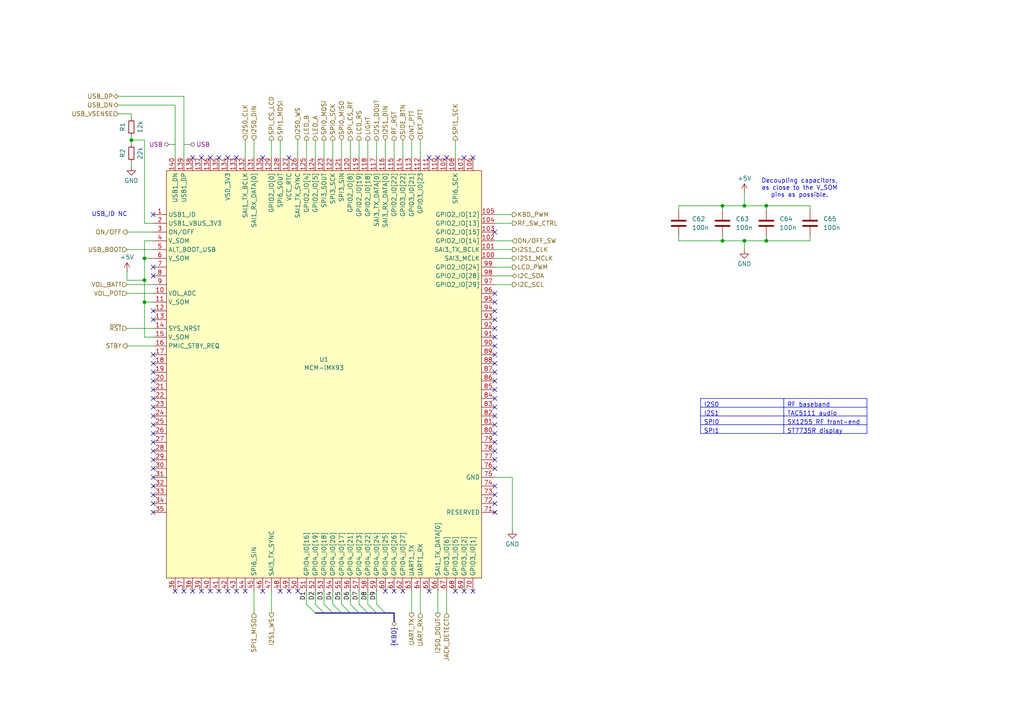
<source format=kicad_sch>
(kicad_sch (version 20250114) (generator "eeschema") (generator_version "9.0")
  (paper "A4")
  (title_block (title "LinHT - Linux-based SDR handheld transceiver") (date "2025-09-23") (rev "B") (company "M17 Foundation") (comment 1 "Author: Wojciech SP5WWP, Andy OE3ANC, Vlastimil OK5VAS"))
  (lib_symbols
    (symbol "Device:C" (pin_numbers (hide yes)) (pin_names (offset 0.254))
      (property "Reference" "C" (at 0.635 2.54 0))
      (property "Value" "C" (at 0.635 -2.54 0))
      (symbol "C_0_1"
        (polyline (pts (xy -2.032 0.762) (xy 2.032 0.762)) (stroke (width 0.508)))
        (polyline (pts (xy -2.032 -0.762) (xy 2.032 -0.762)) (stroke (width 0.508)))
      )
      (symbol "C_1_1"
        (pin passive line (at 0 3.81 270) (length 2.794) (name "~") (number "1"))
        (pin passive line (at 0 -3.81 90) (length 2.794) (name "~") (number "2"))
      )
    )
    (symbol "Device:R_Small" (pin_numbers (hide yes)) (pin_names (offset 0.254) (hide yes))
      (property "Reference" "R" (at 0 0 90))
      (property "Value" "R_Small" (at 1.778 0 90))
      (symbol "R_Small_0_1"
        (rectangle (start -0.762 1.778) (end 0.762 -1.778) (stroke (width 0.2032)))
      )
      (symbol "R_Small_1_1"
        (pin passive line (at 0 2.54 270) (length 0.762) (name "~") (number "1"))
        (pin passive line (at 0 -2.54 90) (length 0.762) (name "~") (number "2"))
      )
    )
    (symbol "MCM-iMX93-SOM:MCM-iMX93-SOM"
      (property "Reference" "U1" (at 0 1.6814 0))
      (property "Value" "MCM-iMX93" (at 0 0 0))
      (symbol "MCM-iMX93-SOM_1_1"
        (rectangle (start -45.72 55.88) (end 45.72 -62.23) (fill (type background)))
        (pin bidirectional line (at -49.53 43.18 0) (length 3.81) (name "USB1_ID") (number "1"))
        (pin bidirectional line (at -49.53 40.64 0) (length 3.81) (name "USB1_VBUS_3V3") (number "2"))
        (pin bidirectional line (at -49.53 38.1 0) (length 3.81) (name "ON/OFF") (number "3"))
        (pin power_in line (at -49.53 35.56 0) (length 3.81) (name "V_SOM") (number "4"))
        (pin bidirectional line (at -49.53 33.02 0) (length 3.81) (name "ALT_BOOT_USB") (number "5"))
        (pin power_in line (at -49.53 30.48 0) (length 3.81) (name "V_SOM") (number "6"))
        (pin bidirectional line (at -49.53 27.94 0) (length 3.81) (name "") (number "7"))
        (pin bidirectional line (at -49.53 25.4 0) (length 3.81) (name "") (number "8"))
        (pin bidirectional line (at -49.53 22.86 0) (length 3.81) (name "") (number "9"))
        (pin bidirectional line (at -49.53 20.32 0) (length 3.81) (name "VOL_ADC") (number "10"))
        (pin power_in line (at -49.53 17.78 0) (length 3.81) (name "V_SOM") (number "11"))
        (pin bidirectional line (at -49.53 15.24 0) (length 3.81) (name "") (number "12"))
        (pin bidirectional line (at -49.53 12.7 0) (length 3.81) (name "") (number "13"))
        (pin bidirectional line (at -49.53 10.16 0) (length 3.81) (name "SYS_NRST") (number "14"))
        (pin power_in line (at -49.53 7.62 0) (length 3.81) (name "V_SOM") (number "15"))
        (pin bidirectional line (at -49.53 5.08 0) (length 3.81) (name "PMIC_STBY_REQ") (number "16"))
        (pin bidirectional line (at -49.53 2.54 0) (length 3.81) (name "") (number "17"))
        (pin bidirectional line (at -49.53 0 0) (length 3.81) (name "") (number "18"))
        (pin bidirectional line (at -49.53 -2.54 0) (length 3.81) (name "") (number "19"))
        (pin bidirectional line (at -49.53 -5.08 0) (length 3.81) (name "") (number "20"))
        (pin bidirectional line (at -49.53 -7.62 0) (length 3.81) (name "") (number "21"))
        (pin bidirectional line (at -49.53 -10.16 0) (length 3.81) (name "") (number "22"))
        (pin bidirectional line (at -49.53 -12.7 0) (length 3.81) (name "") (number "23"))
        (pin bidirectional line (at -49.53 -15.24 0) (length 3.81) (name "") (number "24"))
        (pin bidirectional line (at -49.53 -17.78 0) (length 3.81) (name "") (number "25"))
        (pin bidirectional line (at -49.53 -20.32 0) (length 3.81) (name "") (number "26"))
        (pin bidirectional line (at -49.53 -22.86 0) (length 3.81) (name "") (number "27"))
        (pin bidirectional line (at -49.53 -25.4 0) (length 3.81) (name "") (number "28"))
        (pin bidirectional line (at -49.53 -27.94 0) (length 3.81) (name "") (number "29"))
        (pin bidirectional line (at -49.53 -30.48 0) (length 3.81) (name "") (number "30"))
        (pin bidirectional line (at -49.53 -33.02 0) (length 3.81) (name "") (number "31"))
        (pin bidirectional line (at -49.53 -35.56 0) (length 3.81) (name "") (number "32"))
        (pin bidirectional line (at -49.53 -38.1 0) (length 3.81) (name "") (number "33"))
        (pin bidirectional line (at -49.53 -40.64 0) (length 3.81) (name "") (number "34"))
        (pin bidirectional line (at -49.53 -43.18 0) (length 3.81) (name "") (number "35"))
        (pin bidirectional line (at -43.18 59.69 270) (length 3.81) (name "USB1_DN") (number "140"))
        (pin bidirectional line (at -43.18 -66.04 90) (length 3.81) (name "") (number "36"))
        (pin bidirectional line (at -40.64 59.69 270) (length 3.81) (name "USB1_DP") (number "139"))
        (pin bidirectional line (at -40.64 -66.04 90) (length 3.81) (name "") (number "37"))
        (pin bidirectional line (at -38.1 59.69 270) (length 3.81) (name "") (number "138"))
        (pin bidirectional line (at -38.1 -66.04 90) (length 3.81) (name "") (number "38"))
        (pin bidirectional line (at -35.56 59.69 270) (length 3.81) (name "") (number "137"))
        (pin bidirectional line (at -35.56 -66.04 90) (length 3.81) (name "") (number "39"))
        (pin bidirectional line (at -33.02 59.69 270) (length 3.81) (name "") (number "136"))
        (pin bidirectional line (at -33.02 -66.04 90) (length 3.81) (name "") (number "40"))
        (pin bidirectional line (at -30.48 59.69 270) (length 3.81) (name "") (number "135"))
        (pin bidirectional line (at -30.48 -66.04 90) (length 3.81) (name "") (number "41"))
        (pin power_out line (at -27.94 59.69 270) (length 3.81) (name "VSD_3V3") (number "134"))
        (pin bidirectional line (at -27.94 -66.04 90) (length 3.81) (name "") (number "42"))
        (pin bidirectional line (at -25.4 59.69 270) (length 3.81) (name "") (number "133"))
        (pin bidirectional line (at -25.4 -66.04 90) (length 3.81) (name "") (number "43"))
        (pin bidirectional line (at -22.86 59.69 270) (length 3.81) (name "SAI1_TX_BCLK") (number "132"))
        (pin bidirectional line (at -22.86 -66.04 90) (length 3.81) (name "") (number "44"))
        (pin bidirectional line (at -20.32 59.69 270) (length 3.81) (name "SAI1_RX_DATA[0]") (number "131"))
        (pin bidirectional line (at -20.32 -66.04 90) (length 3.81) (name "SPI6_SIN") (number "45"))
        (pin bidirectional line (at -17.78 59.69 270) (length 3.81) (name "") (number "130"))
        (pin bidirectional line (at -17.78 -66.04 90) (length 3.81) (name "") (number "46"))
        (pin bidirectional line (at -15.24 59.69 270) (length 3.81) (name "GPIO2_IO[0]") (number "129"))
        (pin bidirectional line (at -15.24 -66.04 90) (length 3.81) (name "SAI3_TX_SYNC") (number "47"))
        (pin bidirectional line (at -12.7 59.69 270) (length 3.81) (name "SPI6_SOUT") (number "128"))
        (pin bidirectional line (at -12.7 -66.04 90) (length 3.81) (name "") (number "48"))
        (pin power_in line (at -10.16 59.69 270) (length 3.81) (name "VCC_RTC") (number "127"))
        (pin bidirectional line (at -10.16 -66.04 90) (length 3.81) (name "") (number "49"))
        (pin bidirectional line (at -7.62 59.69 270) (length 3.81) (name "SAI1_TX_SYNC") (number "126"))
        (pin bidirectional line (at -7.62 -66.04 90) (length 3.81) (name "") (number "50"))
        (pin bidirectional line (at -5.08 59.69 270) (length 3.81) (name "GPIO2_IO[4]") (number "125"))
        (pin bidirectional line (at -5.08 -66.04 90) (length 3.81) (name "GPIO4_IO[16]") (number "51"))
        (pin bidirectional line (at -2.54 59.69 270) (length 3.81) (name "GPIO2_IO[5]") (number "124"))
        (pin bidirectional line (at -2.54 -66.04 90) (length 3.81) (name "GPIO4_IO[19]") (number "52"))
        (pin bidirectional line (at 0 59.69 270) (length 3.81) (name "SPI3_SOUT") (number "123"))
        (pin bidirectional line (at 0 -66.04 90) (length 3.81) (name "GPIO4_IO[18]") (number "53"))
        (pin bidirectional line (at 2.54 59.69 270) (length 3.81) (name "SPI3_SCK") (number "122"))
        (pin bidirectional line (at 2.54 -66.04 90) (length 3.81) (name "GPIO4_IO[20]") (number "54"))
        (pin bidirectional line (at 5.08 59.69 270) (length 3.81) (name "SPI3_SIN") (number "121"))
        (pin bidirectional line (at 5.08 -66.04 90) (length 3.81) (name "GPIO4_IO[17]") (number "55"))
        (pin bidirectional line (at 7.62 59.69 270) (length 3.81) (name "GPIO2_IO[8]") (number "120"))
        (pin bidirectional line (at 7.62 -66.04 90) (length 3.81) (name "GPIO4_IO[21]") (number "56"))
        (pin bidirectional line (at 10.16 59.69 270) (length 3.81) (name "GPIO2_IO[19]") (number "119"))
        (pin bidirectional line (at 10.16 -66.04 90) (length 3.81) (name "GPIO4_IO[23]") (number "57"))
        (pin bidirectional line (at 12.7 59.69 270) (length 3.81) (name "GPIO2_IO[18]") (number "118"))
        (pin bidirectional line (at 12.7 -66.04 90) (length 3.81) (name "GPIO4_IO[22]") (number "58"))
        (pin bidirectional line (at 15.24 59.69 270) (length 3.81) (name "SAI3_TX_DATA[0]") (number "117"))
        (pin bidirectional line (at 15.24 -66.04 90) (length 3.81) (name "GPIO4_IO[24]") (number "59"))
        (pin bidirectional line (at 17.78 59.69 270) (length 3.81) (name "SAI3_RX_DATA[0]") (number "116"))
        (pin bidirectional line (at 17.78 -66.04 90) (length 3.81) (name "GPIO4_IO[25]") (number "60"))
        (pin bidirectional line (at 20.32 59.69 270) (length 3.81) (name "GPIO2_IO[22]") (number "115"))
        (pin bidirectional line (at 20.32 -66.04 90) (length 3.81) (name "GPIO4_IO[26]") (number "61"))
        (pin bidirectional line (at 22.86 59.69 270) (length 3.81) (name "GPIO3_IO[22]") (number "114"))
        (pin bidirectional line (at 22.86 -66.04 90) (length 3.81) (name "GPIO4_IO[27]") (number "62"))
        (pin bidirectional line (at 25.4 59.69 270) (length 3.81) (name "GPIO3_IO[21]") (number "113"))
        (pin bidirectional line (at 25.4 -66.04 90) (length 3.81) (name "UART1_TX") (number "63"))
        (pin bidirectional line (at 27.94 59.69 270) (length 3.81) (name "GPIO3_IO[23") (number "112"))
        (pin bidirectional line (at 27.94 -66.04 90) (length 3.81) (name "UART1_RX") (number "64"))
        (pin bidirectional line (at 30.48 59.69 270) (length 3.81) (name "") (number "111"))
        (pin bidirectional line (at 30.48 -66.04 90) (length 3.81) (name "") (number "65"))
        (pin bidirectional line (at 33.02 59.69 270) (length 3.81) (name "") (number "110"))
        (pin bidirectional line (at 33.02 -66.04 90) (length 3.81) (name "SAI1_TX_DATA[0]") (number "66"))
        (pin bidirectional line (at 35.56 59.69 270) (length 3.81) (name "") (number "109"))
        (pin bidirectional line (at 35.56 -66.04 90) (length 3.81) (name "GPIO3_IO[6]") (number "67"))
        (pin bidirectional line (at 38.1 59.69 270) (length 3.81) (name "SPI6_SCK") (number "108"))
        (pin bidirectional line (at 38.1 -66.04 90) (length 3.81) (name "GPIO3_IO[5]") (number "68"))
        (pin bidirectional line (at 40.64 59.69 270) (length 3.81) (name "") (number "107"))
        (pin bidirectional line (at 40.64 -66.04 90) (length 3.81) (name "GPIO3_IO[2]") (number "69"))
        (pin bidirectional line (at 43.18 59.69 270) (length 3.81) (name "") (number "106"))
        (pin bidirectional line (at 43.18 -66.04 90) (length 3.81) (name "GPIO3_IO[1]") (number "70"))
        (pin bidirectional line (at 49.53 43.18 180) (length 3.81) (name "GPIO2_IO[12]") (number "105"))
        (pin bidirectional line (at 49.53 40.64 180) (length 3.81) (name "GPIO2_IO[13]") (number "104"))
        (pin bidirectional line (at 49.53 38.1 180) (length 3.81) (name "GPIO2_IO[15]") (number "103"))
        (pin bidirectional line (at 49.53 35.56 180) (length 3.81) (name "GPIO2_IO[14]") (number "102"))
        (pin bidirectional line (at 49.53 33.02 180) (length 3.81) (name "SAI3_TX_BCLK") (number "101"))
        (pin bidirectional line (at 49.53 30.48 180) (length 3.81) (name "SAI3_MCLK") (number "100"))
        (pin bidirectional line (at 49.53 27.94 180) (length 3.81) (name "GPIO2_IO[24]") (number "99"))
        (pin bidirectional line (at 49.53 25.4 180) (length 3.81) (name "GPIO2_IO[28]") (number "98"))
        (pin bidirectional line (at 49.53 22.86 180) (length 3.81) (name "GPIO2_IO[29]") (number "97"))
        (pin bidirectional line (at 49.53 20.32 180) (length 3.81) (name "") (number "96"))
        (pin bidirectional line (at 49.53 17.78 180) (length 3.81) (name "") (number "95"))
        (pin bidirectional line (at 49.53 15.24 180) (length 3.81) (name "") (number "94"))
        (pin bidirectional line (at 49.53 12.7 180) (length 3.81) (name "") (number "93"))
        (pin bidirectional line (at 49.53 10.16 180) (length 3.81) (name "") (number "92"))
        (pin bidirectional line (at 49.53 7.62 180) (length 3.81) (name "") (number "91"))
        (pin bidirectional line (at 49.53 5.08 180) (length 3.81) (name "") (number "90"))
        (pin bidirectional line (at 49.53 2.54 180) (length 3.81) (name "") (number "89"))
        (pin bidirectional line (at 49.53 0 180) (length 3.81) (name "") (number "88"))
        (pin bidirectional line (at 49.53 -2.54 180) (length 3.81) (name "") (number "87"))
        (pin bidirectional line (at 49.53 -5.08 180) (length 3.81) (name "") (number "86"))
        (pin bidirectional line (at 49.53 -7.62 180) (length 3.81) (name "") (number "85"))
        (pin bidirectional line (at 49.53 -10.16 180) (length 3.81) (name "") (number "84"))
        (pin bidirectional line (at 49.53 -12.7 180) (length 3.81) (name "") (number "83"))
        (pin bidirectional line (at 49.53 -15.24 180) (length 3.81) (name "") (number "82"))
        (pin bidirectional line (at 49.53 -17.78 180) (length 3.81) (name "") (number "81"))
        (pin bidirectional line (at 49.53 -20.32 180) (length 3.81) (name "") (number "80"))
        (pin bidirectional line (at 49.53 -22.86 180) (length 3.81) (name "") (number "79"))
        (pin bidirectional line (at 49.53 -25.4 180) (length 3.81) (name "") (number "78"))
        (pin bidirectional line (at 49.53 -27.94 180) (length 3.81) (name "") (number "77"))
        (pin bidirectional line (at 49.53 -30.48 180) (length 3.81) (name "") (number "76"))
        (pin power_in line (at 49.53 -33.02 180) (length 3.81) (name "GND") (number "75"))
        (pin power_in line (at 49.53 -33.02 180) (length 3.81) (hide yes) (name "GND") (number "G1"))
        (pin power_in line (at 49.53 -33.02 180) (length 3.81) (hide yes) (name "GND") (number "G10"))
        (pin power_in line (at 49.53 -33.02 180) (length 3.81) (hide yes) (name "GND") (number "G11"))
        (pin power_in line (at 49.53 -33.02 180) (length 3.81) (hide yes) (name "GND") (number "G12"))
        (pin power_in line (at 49.53 -33.02 180) (length 3.81) (hide yes) (name "GND") (number "G13"))
        (pin power_in line (at 49.53 -33.02 180) (length 3.81) (hide yes) (name "GND") (number "G14"))
        (pin power_in line (at 49.53 -33.02 180) (length 3.81) (hide yes) (name "GND") (number "G15"))
        (pin power_in line (at 49.53 -33.02 180) (length 3.81) (hide yes) (name "GND") (number "G16"))
        (pin power_in line (at 49.53 -33.02 180) (length 3.81) (hide yes) (name "GND") (number "G17"))
        (pin power_in line (at 49.53 -33.02 180) (length 3.81) (hide yes) (name "GND") (number "G18"))
        (pin power_in line (at 49.53 -33.02 180) (length 3.81) (hide yes) (name "GND") (number "G19"))
        (pin power_in line (at 49.53 -33.02 180) (length 3.81) (hide yes) (name "GND") (number "G2"))
        (pin power_in line (at 49.53 -33.02 180) (length 3.81) (hide yes) (name "GND") (number "G20"))
        (pin power_in line (at 49.53 -33.02 180) (length 3.81) (hide yes) (name "GND") (number "G21"))
        (pin power_in line (at 49.53 -33.02 180) (length 3.81) (hide yes) (name "GND") (number "G22"))
        (pin power_in line (at 49.53 -33.02 180) (length 3.81) (hide yes) (name "GND") (number "G23"))
        (pin power_in line (at 49.53 -33.02 180) (length 3.81) (hide yes) (name "GND") (number "G24"))
        (pin power_in line (at 49.53 -33.02 180) (length 3.81) (hide yes) (name "GND") (number "G3"))
        (pin power_in line (at 49.53 -33.02 180) (length 3.81) (hide yes) (name "GND") (number "G4"))
        (pin power_in line (at 49.53 -33.02 180) (length 3.81) (hide yes) (name "GND") (number "G5"))
        (pin power_in line (at 49.53 -33.02 180) (length 3.81) (hide yes) (name "GND") (number "G6"))
        (pin power_in line (at 49.53 -33.02 180) (length 3.81) (hide yes) (name "GND") (number "G7"))
        (pin power_in line (at 49.53 -33.02 180) (length 3.81) (hide yes) (name "GND") (number "G8"))
        (pin power_in line (at 49.53 -33.02 180) (length 3.81) (hide yes) (name "GND") (number "G9"))
        (pin bidirectional line (at 49.53 -35.56 180) (length 3.81) (name "") (number "74"))
        (pin bidirectional line (at 49.53 -38.1 180) (length 3.81) (name "") (number "73"))
        (pin bidirectional line (at 49.53 -40.64 180) (length 3.81) (name "") (number "72"))
        (pin no_connect line (at 49.53 -43.18 180) (length 3.81) (name "RESERVED") (number "71"))
        (pin no_connect line (at 49.53 -45.72 180) (length 3.81) (hide yes) (name "NC") (number "G28"))
        (pin no_connect line (at 49.53 -46.99 180) (length 3.81) (hide yes) (name "NC") (number "G25"))
        (pin no_connect line (at 49.53 -48.26 180) (length 3.81) (hide yes) (name "NC") (number "G26"))
        (pin no_connect line (at 49.53 -49.53 180) (length 3.81) (hide yes) (name "NC") (number "G27"))
      )
    )
    (symbol "power:+5V" (power) (pin_numbers (hide yes)) (pin_names (offset 0) (hide yes))
      (property "Value" "+5V" (at 0 3.556 0))
      (symbol "+5V_0_1"
        (polyline (pts (xy -0.762 1.27) (xy 0 2.54)))
        (polyline (pts (xy 0 2.54) (xy 0.762 1.27)))
        (polyline (pts (xy 0 0) (xy 0 2.54)))
      )
      (symbol "+5V_1_1"
        (pin power_in line (at 0 0 90) (length 0) (name "~") (number "1"))
      )
    )
    (symbol "power:GND" (power) (pin_numbers (hide yes)) (pin_names (offset 0) (hide yes))
      (property "Value" "GND" (at 0 -3.81 0))
      (symbol "GND_0_1"
        (polyline (pts (xy 0 0) (xy 0 -1.27) (xy 1.27 -1.27) (xy 0 -2.54) (xy -1.27 -1.27) (xy 0 -1.27)))
      )
      (symbol "GND_1_1"
        (pin power_in line (at 0 0 270) (length 0) (name "~") (number "1"))
      )
    )
  )
  (text "Decoupling capacitors,\nas close to the V_SOM\npins as possible." (at 231.902 54.61 0) (effects (font (size 1.27 1.27))))
  (text "USB_ID NC" (at 31.75 62.23 0) (effects (font (size 1.27 1.27))))
  (junction (at 38.1 40.64))
  (junction (at 41.91 81.28))
  (junction (at 215.9 59.69))
  (junction (at 215.9 69.85))
  (junction (at 222.25 69.85))
  (junction (at 41.91 87.63))
  (junction (at 209.55 69.85))
  (junction (at 41.91 74.93))
  (junction (at 222.25 59.69))
  (junction (at 209.55 59.69))
  (no_connect (at 143.51 100.33))
  (no_connect (at 143.51 90.17))
  (no_connect (at 143.51 130.81))
  (no_connect (at 143.51 120.65))
  (no_connect (at 124.46 171.45))
  (no_connect (at 68.58 171.45))
  (no_connect (at 143.51 97.79))
  (no_connect (at 44.45 102.87))
  (no_connect (at 44.45 118.11))
  (no_connect (at 143.51 107.95))
  (no_connect (at 134.62 171.45))
  (no_connect (at 143.51 123.19))
  (no_connect (at 143.51 113.03))
  (no_connect (at 111.76 171.45))
  (no_connect (at 143.51 140.97))
  (no_connect (at 143.51 87.63))
  (no_connect (at 44.45 115.57))
  (no_connect (at 114.3 171.45))
  (no_connect (at 50.8 171.45))
  (no_connect (at 116.84 171.45))
  (no_connect (at 83.82 171.45))
  (no_connect (at 81.28 171.45))
  (no_connect (at 68.58 45.72))
  (no_connect (at 44.45 140.97))
  (no_connect (at 71.12 171.45))
  (no_connect (at 44.45 143.51))
  (no_connect (at 53.34 171.45))
  (no_connect (at 76.2 171.45))
  (no_connect (at 127 45.72))
  (no_connect (at 83.82 45.72))
  (no_connect (at 143.51 146.05))
  (no_connect (at 143.51 115.57))
  (no_connect (at 143.51 148.59))
  (no_connect (at 143.51 95.25))
  (no_connect (at 63.5 171.45))
  (no_connect (at 44.45 110.49))
  (no_connect (at 143.51 143.51))
  (no_connect (at 44.45 125.73))
  (no_connect (at 143.51 110.49))
  (no_connect (at 143.51 125.73))
  (no_connect (at 44.45 107.95))
  (no_connect (at 143.51 128.27))
  (no_connect (at 44.45 80.01))
  (no_connect (at 66.04 171.45))
  (no_connect (at 143.51 85.09))
  (no_connect (at 44.45 130.81))
  (no_connect (at 76.2 45.72))
  (no_connect (at 143.51 135.89))
  (no_connect (at 134.62 45.72))
  (no_connect (at 63.5 45.72))
  (no_connect (at 44.45 92.71))
  (no_connect (at 44.45 105.41))
  (no_connect (at 44.45 146.05))
  (no_connect (at 86.36 171.45))
  (no_connect (at 58.42 45.72))
  (no_connect (at 44.45 123.19))
  (no_connect (at 143.51 133.35))
  (no_connect (at 143.51 118.11))
  (no_connect (at 44.45 128.27))
  (no_connect (at 137.16 45.72))
  (no_connect (at 143.51 92.71))
  (no_connect (at 44.45 138.43))
  (no_connect (at 55.88 45.72))
  (no_connect (at 124.46 45.72))
  (no_connect (at 132.08 171.45))
  (no_connect (at 60.96 45.72))
  (no_connect (at 60.96 171.45))
  (no_connect (at 143.51 102.87))
  (no_connect (at 143.51 105.41))
  (no_connect (at 44.45 120.65))
  (no_connect (at 44.45 90.17))
  (no_connect (at 129.54 45.72))
  (no_connect (at 44.45 113.03))
  (no_connect (at 44.45 62.23))
  (no_connect (at 58.42 171.45))
  (no_connect (at 44.45 148.59))
  (no_connect (at 44.45 77.47))
  (no_connect (at 55.88 171.45))
  (no_connect (at 66.04 45.72))
  (no_connect (at 44.45 135.89))
  (no_connect (at 143.51 67.31))
  (no_connect (at 44.45 133.35))
  (no_connect (at 137.16 171.45))
  (bus_entry (at 104.14 177.8) (size -2.54 -2.54))
  (bus_entry (at 91.44 177.8) (size -2.54 -2.54))
  (bus_entry (at 101.6 177.8) (size -2.54 -2.54))
  (bus_entry (at 106.68 177.8) (size -2.54 -2.54))
  (bus_entry (at 93.98 177.8) (size -2.54 -2.54))
  (bus_entry (at 109.22 177.8) (size -2.54 -2.54))
  (bus_entry (at 96.52 177.8) (size -2.54 -2.54))
  (bus_entry (at 111.76 177.8) (size -2.54 -2.54))
  (bus_entry (at 99.06 177.8) (size -2.54 -2.54))
  (wire (pts (xy 143.51 77.47) (xy 148.59 77.47)))
  (wire (pts (xy 34.29 27.94) (xy 53.34 27.94)))
  (wire (pts (xy 222.25 59.69) (xy 234.95 59.69)))
  (wire (pts (xy 93.98 40.64) (xy 93.98 45.72)))
  (wire (pts (xy 127 171.45) (xy 127 177.8)))
  (wire (pts (xy 38.1 46.99) (xy 38.1 48.26)))
  (wire (pts (xy 222.25 59.69) (xy 215.9 59.69)))
  (wire (pts (xy 109.22 171.45) (xy 109.22 175.26)))
  (bus (pts (xy 109.22 177.8) (xy 111.76 177.8)))
  (wire (pts (xy 41.91 64.77) (xy 41.91 40.64)))
  (wire (pts (xy 36.83 81.28) (xy 41.91 81.28)))
  (wire (pts (xy 196.85 60.96) (xy 196.85 59.69)))
  (wire (pts (xy 215.9 69.85) (xy 209.55 69.85)))
  (bus (pts (xy 101.6 177.8) (xy 104.14 177.8)))
  (wire (pts (xy 36.83 82.55) (xy 44.45 82.55)))
  (wire (pts (xy 41.91 74.93) (xy 41.91 69.85)))
  (wire (pts (xy 86.36 40.64) (xy 86.36 45.72)))
  (wire (pts (xy 222.25 68.58) (xy 222.25 69.85)))
  (wire (pts (xy 38.1 39.37) (xy 38.1 40.64)))
  (wire (pts (xy 121.92 40.64) (xy 121.92 45.72)))
  (wire (pts (xy 132.08 40.64) (xy 132.08 45.72)))
  (wire (pts (xy 148.59 138.43) (xy 148.59 153.67)))
  (wire (pts (xy 196.85 59.69) (xy 209.55 59.69)))
  (wire (pts (xy 50.8 30.48) (xy 50.8 45.72)))
  (wire (pts (xy 121.92 177.8) (xy 121.92 171.45)))
  (wire (pts (xy 41.91 87.63) (xy 44.45 87.63)))
  (wire (pts (xy 209.55 69.85) (xy 196.85 69.85)))
  (wire (pts (xy 234.95 60.96) (xy 234.95 59.69)))
  (wire (pts (xy 36.83 67.31) (xy 44.45 67.31)))
  (wire (pts (xy 104.14 171.45) (xy 104.14 175.26)))
  (wire (pts (xy 114.3 40.64) (xy 114.3 45.72)))
  (wire (pts (xy 143.51 69.85) (xy 148.59 69.85)))
  (bus (pts (xy 114.3 180.34) (xy 114.3 177.8)))
  (wire (pts (xy 44.45 69.85) (xy 41.91 69.85)))
  (bus (pts (xy 91.44 177.8) (xy 93.98 177.8)))
  (wire (pts (xy 215.9 59.69) (xy 215.9 55.88)))
  (wire (pts (xy 41.91 74.93) (xy 44.45 74.93)))
  (wire (pts (xy 143.51 82.55) (xy 148.59 82.55)))
  (wire (pts (xy 111.76 40.64) (xy 111.76 45.72)))
  (wire (pts (xy 209.55 59.69) (xy 215.9 59.69)))
  (wire (pts (xy 109.22 40.64) (xy 109.22 45.72)))
  (wire (pts (xy 34.29 30.48) (xy 50.8 30.48)))
  (wire (pts (xy 81.28 40.64) (xy 81.28 45.72)))
  (wire (pts (xy 36.83 85.09) (xy 44.45 85.09)))
  (wire (pts (xy 41.91 81.28) (xy 41.91 74.93)))
  (wire (pts (xy 73.66 171.45) (xy 73.66 177.8)))
  (wire (pts (xy 34.29 33.02) (xy 38.1 33.02)))
  (wire (pts (xy 104.14 40.64) (xy 104.14 45.72)))
  (wire (pts (xy 234.95 68.58) (xy 234.95 69.85)))
  (wire (pts (xy 222.25 60.96) (xy 222.25 59.69)))
  (wire (pts (xy 101.6 40.64) (xy 101.6 45.72)))
  (wire (pts (xy 143.51 64.77) (xy 148.59 64.77)))
  (wire (pts (xy 88.9 171.45) (xy 88.9 175.26)))
  (wire (pts (xy 73.66 40.64) (xy 73.66 45.72)))
  (wire (pts (xy 215.9 69.85) (xy 215.9 72.39)))
  (wire (pts (xy 93.98 171.45) (xy 93.98 175.26)))
  (wire (pts (xy 106.68 171.45) (xy 106.68 175.26)))
  (wire (pts (xy 38.1 40.64) (xy 38.1 41.91)))
  (wire (pts (xy 143.51 62.23) (xy 148.59 62.23)))
  (wire (pts (xy 38.1 33.02) (xy 38.1 34.29)))
  (wire (pts (xy 44.45 64.77) (xy 41.91 64.77)))
  (bus (pts (xy 99.06 177.8) (xy 101.6 177.8)))
  (wire (pts (xy 78.74 177.8) (xy 78.74 171.45)))
  (wire (pts (xy 44.45 97.79) (xy 41.91 97.79)))
  (wire (pts (xy 209.55 59.69) (xy 209.55 60.96)))
  (wire (pts (xy 234.95 69.85) (xy 222.25 69.85)))
  (wire (pts (xy 106.68 40.64) (xy 106.68 45.72)))
  (wire (pts (xy 41.91 40.64) (xy 38.1 40.64)))
  (wire (pts (xy 143.51 138.43) (xy 148.59 138.43)))
  (bus (pts (xy 93.98 177.8) (xy 96.52 177.8)))
  (bus (pts (xy 106.68 177.8) (xy 109.22 177.8)))
  (wire (pts (xy 88.9 40.64) (xy 88.9 45.72)))
  (wire (pts (xy 129.54 171.45) (xy 129.54 177.8)))
  (wire (pts (xy 36.83 78.74) (xy 36.83 81.28)))
  (wire (pts (xy 53.34 27.94) (xy 53.34 45.72)))
  (wire (pts (xy 143.51 74.93) (xy 148.59 74.93)))
  (wire (pts (xy 41.91 81.28) (xy 41.91 87.63)))
  (wire (pts (xy 99.06 40.64) (xy 99.06 45.72)))
  (bus (pts (xy 104.14 177.8) (xy 106.68 177.8)))
  (wire (pts (xy 99.06 171.45) (xy 99.06 175.26)))
  (wire (pts (xy 119.38 177.8) (xy 119.38 171.45)))
  (wire (pts (xy 196.85 69.85) (xy 196.85 68.58)))
  (wire (pts (xy 96.52 40.64) (xy 96.52 45.72)))
  (wire (pts (xy 41.91 97.79) (xy 41.91 87.63)))
  (wire (pts (xy 119.38 40.64) (xy 119.38 45.72)))
  (bus (pts (xy 111.76 177.8) (xy 114.3 177.8)))
  (wire (pts (xy 101.6 171.45) (xy 101.6 175.26)))
  (bus (pts (xy 96.52 177.8) (xy 99.06 177.8)))
  (wire (pts (xy 36.83 72.39) (xy 44.45 72.39)))
  (wire (pts (xy 222.25 69.85) (xy 215.9 69.85)))
  (wire (pts (xy 209.55 68.58) (xy 209.55 69.85)))
  (wire (pts (xy 96.52 171.45) (xy 96.52 175.26)))
  (wire (pts (xy 36.83 95.25) (xy 44.45 95.25)))
  (wire (pts (xy 91.44 40.64) (xy 91.44 45.72)))
  (wire (pts (xy 148.59 72.39) (xy 143.51 72.39)))
  (wire (pts (xy 71.12 40.64) (xy 71.12 45.72)))
  (wire (pts (xy 116.84 40.64) (xy 116.84 45.72)))
  (wire (pts (xy 91.44 171.45) (xy 91.44 175.26)))
  (wire (pts (xy 78.74 40.64) (xy 78.74 45.72)))
  (wire (pts (xy 36.83 100.33) (xy 44.45 100.33)))
  (wire (pts (xy 143.51 80.01) (xy 148.59 80.01)))
  (table (column_count 2) (border (external yes) (header yes)) (separators (rows yes) (cols yes)) (column_widths 24.13 24.13) (row_heights 2.54 2.54 2.54 2.54) (cells (table_cell "I2S0" (at 203.2 115.57 0) (size 24.13 2.54) (margins 0.9525 0.9525 0.9525 0.9525) (span 1 1)) (table_cell "RF baseband" (at 227.33 115.57 0) (size 24.13 2.54) (margins 0.9525 0.9525 0.9525 0.9525) (span 1 1)) (table_cell "I2S1" (at 203.2 118.11 0) (size 24.13 2.54) (margins 0.9525 0.9525 0.9525 0.9525) (span 1 1)) (table_cell "TAC5111 audio" (at 227.33 118.11 0) (size 24.13 2.54) (margins 0.9525 0.9525 0.9525 0.9525) (span 1 1)) (table_cell "SPI0" (at 203.2 120.65 0) (size 24.13 2.54) (margins 0.9525 0.9525 0.9525 0.9525) (span 1 1)) (table_cell "SX1255 RF front-end" (at 227.33 120.65 0) (size 24.13 2.54) (margins 0.9525 0.9525 0.9525 0.9525) (span 1 1)) (table_cell "SPI1" (at 203.2 123.19 0) (size 24.13 2.54) (margins 0.9525 0.9525 0.9525 0.9525) (span 1 1)) (table_cell "ST7735R display" (at 227.33 123.19 0) (size 24.13 2.54) (margins 0.9525 0.9525 0.9525 0.9525) (span 1 1))))
  (label "D5" (at 99.06 171.45 270))
  (label "D3" (at 93.98 171.45 270))
  (label "D8" (at 106.68 171.45 270))
  (label "D7" (at 104.14 171.45 270))
  (label "D4" (at 96.52 171.45 270))
  (label "D9" (at 109.22 171.45 270))
  (label "D6" (at 101.6 171.45 270))
  (label "D1" (at 88.9 171.45 270))
  (label "D2" (at 91.44 171.45 270))
  (hierarchical_label "I2S0_CLK" (shape input) (at 71.12 40.64 90))
  (hierarchical_label "RF_SW_CTRL" (shape output) (at 148.59 64.77 0))
  (hierarchical_label "I2S0_DIN" (shape input) (at 73.66 40.64 90))
  (hierarchical_label "SPI1_MOSI" (shape output) (at 81.28 40.64 90))
  (hierarchical_label "SPI_CS_LCD" (shape output) (at 78.74 40.64 90))
  (hierarchical_label "I2S1_CLK" (shape output) (at 148.59 72.39 0))
  (hierarchical_label "UART_RX" (shape input) (at 121.92 177.8 270))
  (hierarchical_label "USB_VSENSE" (shape input) (at 34.29 33.02 180))
  (hierarchical_label "I2C_SCL" (shape output) (at 148.59 82.55 0))
  (hierarchical_label "{KBD}" (shape bidirectional) (at 114.3 180.34 270))
  (hierarchical_label "KBD_PWM" (shape output) (at 148.59 62.23 0))
  (hierarchical_label "SPI1_MISO" (shape input) (at 73.66 177.8 270))
  (hierarchical_label "SPI0_MOSI" (shape output) (at 93.98 40.64 90))
  (hierarchical_label "SPI1_SCK" (shape output) (at 132.08 40.64 90))
  (hierarchical_label "EXT_PTT" (shape input) (at 121.92 40.64 90))
  (hierarchical_label "I2S1_DOUT" (shape output) (at 109.22 40.64 90))
  (hierarchical_label "STBY" (shape output) (at 36.83 100.33 180))
  (hierarchical_label "USB_DP" (shape bidirectional) (at 34.29 27.94 180))
  (hierarchical_label "VOL_BATT" (shape input) (at 36.83 82.55 180))
  (hierarchical_label "LIGHT" (shape output) (at 106.68 40.64 90))
  (hierarchical_label "INT_PTT" (shape input) (at 119.38 40.64 90))
  (hierarchical_label "UART_TX" (shape output) (at 119.38 177.8 270))
  (hierarchical_label "VOL_POT" (shape input) (at 36.83 85.09 180))
  (hierarchical_label "SPI0_MISO" (shape input) (at 99.06 40.64 90))
  (hierarchical_label "SPI_CS_RF" (shape output) (at 101.6 40.64 90))
  (hierarchical_label "ON{slash}OFF_SW" (shape input) (at 148.59 69.85 0))
  (hierarchical_label "I2S1_WS" (shape output) (at 78.74 177.8 270))
  (hierarchical_label "LCD_PWM" (shape output) (at 148.59 77.47 0))
  (hierarchical_label "LED_B" (shape output) (at 88.9 40.64 90))
  (hierarchical_label "SIDE_BTN" (shape input) (at 116.84 40.64 90))
  (hierarchical_label "I2S0_WS" (shape input) (at 86.36 40.64 90))
  (hierarchical_label "LED_A" (shape output) (at 91.44 40.64 90))
  (hierarchical_label "I2S1_MCLK" (shape output) (at 148.59 74.93 0))
  (hierarchical_label "LCD_RS" (shape output) (at 104.14 40.64 90))
  (hierarchical_label "I2S0_DOUT" (shape output) (at 127 177.8 270))
  (hierarchical_label "USB_DN" (shape bidirectional) (at 34.29 30.48 180))
  (hierarchical_label "USB_BOOT" (shape input) (at 36.83 72.39 180))
  (hierarchical_label "~{RST}" (shape input) (at 36.83 95.25 180))
  (hierarchical_label "SPI0_SCK" (shape output) (at 96.52 40.64 90))
  (hierarchical_label "I2S1_DIN" (shape input) (at 111.76 40.64 90))
  (hierarchical_label "I2C_SDA" (shape bidirectional) (at 148.59 80.01 0))
  (hierarchical_label "JACK_DETECT" (shape input) (at 129.54 177.8 270))
  (hierarchical_label "RF_RST" (shape output) (at 114.3 40.64 90))
  (hierarchical_label "ON{slash}OFF" (shape output) (at 36.83 67.31 180))
  (netclass_flag "" (length 2.54) (shape round) (at 53.34 41.91 270) (property "Netclass" "USB" (at 56.896 41.91 0) (effects (justify left))))
  (netclass_flag "" (length 2.54) (shape round) (at 50.8 41.91 90) (property "Netclass" "USB" (at 47.244 41.91 0) (effects (justify right))))
  (symbol (lib_id "Device:C") (at 234.95 64.77 0) (unit 1)
    (property "Reference" "C65" (at 238.76 63.4999 0) (effects (justify left)))
    (property "Value" "100n" (at 238.76 66.0399 0) (effects (justify left)))
    (property "Footprint" "Capacitor_SMD:C_0402_1005Metric" (effects (hide yes)))
    (property "Description" "Unpolarized capacitor" (effects (hide yes)))
    (property "LCSC" "C1525" (effects (hide yes)))
    (property "MPN" "CL05B104KO5NNNC" (effects (hide yes)))
    (property "PN" " 187-CL05B104KO5NNNC " (effects (hide yes)))
  )
  (symbol (lib_id "Device:C") (at 196.85 64.77 0) (unit 1)
    (property "Reference" "C62" (at 200.66 63.4999 0) (effects (justify left)))
    (property "Value" "100n" (at 200.66 66.0399 0) (effects (justify left)))
    (property "Footprint" "Capacitor_SMD:C_0402_1005Metric" (effects (hide yes)))
    (property "Description" "Unpolarized capacitor" (effects (hide yes)))
    (property "LCSC" "C1525" (effects (hide yes)))
    (property "MPN" "CL05B104KO5NNNC" (effects (hide yes)))
    (property "PN" " 187-CL05B104KO5NNNC " (effects (hide yes)))
  )
  (symbol (lib_id "MCM-iMX93-SOM:MCM-iMX93-SOM") (at 93.98 105.41 0) (unit 1) (in_bom no)
    (property "Reference" "U1" (at 93.98 104.2557 0))
    (property "Value" "MCM-iMX93" (at 93.98 106.68 0))
    (property "Footprint" "parts:MCM-iMX93" (effects (hide yes)))
  )
  (symbol (lib_id "power:+5V") (at 36.83 78.74 0) (unit 1)
    (property "Reference" "#PWR01" (effects (hide yes)))
    (property "Value" "+5V" (at 36.83 74.6069 0))
    (property "Description" "Power symbol creates a global label with name \"+5V\"" (effects (hide yes)))
  )
  (symbol (lib_id "Device:R_Small") (at 38.1 44.45 180) (unit 1)
    (property "Reference" "R2" (at 35.56 44.45 90))
    (property "Value" "22k" (at 40.64 44.45 90))
    (property "Footprint" "Resistor_SMD:R_0402_1005Metric" (effects (hide yes)))
    (property "Description" "Resistor, small symbol" (effects (hide yes)))
    (property "PN" "0402WGF2202TCE" (effects (hide yes)))
    (property "LCSC" "C25768" (effects (hide yes)))
  )
  (symbol (lib_id "power:GND") (at 215.9 72.39 0) (unit 1)
    (property "Reference" "#PWR0109" (effects (hide yes)))
    (property "Value" "GND" (at 215.9 76.5231 0))
    (property "Description" "Power symbol creates a global label with name \"GND\" , ground" (effects (hide yes)))
  )
  (symbol (lib_id "power:GND") (at 38.1 48.26 0) (unit 1)
    (property "Reference" "#PWR02" (effects (hide yes)))
    (property "Value" "GND" (at 38.1 52.3931 0))
    (property "Description" "Power symbol creates a global label with name \"GND\" , ground" (effects (hide yes)))
  )
  (symbol (lib_id "power:GND") (at 148.59 153.67 0) (unit 1)
    (property "Reference" "#PWR03" (effects (hide yes)))
    (property "Value" "GND" (at 148.59 157.8031 0))
    (property "Description" "Power symbol creates a global label with name \"GND\" , ground" (effects (hide yes)))
  )
  (symbol (lib_id "Device:C") (at 222.25 64.77 0) (unit 1)
    (property "Reference" "C64" (at 226.06 63.4999 0) (effects (justify left)))
    (property "Value" "100n" (at 226.06 66.0399 0) (effects (justify left)))
    (property "Footprint" "Capacitor_SMD:C_0402_1005Metric" (effects (hide yes)))
    (property "Description" "Unpolarized capacitor" (effects (hide yes)))
    (property "LCSC" "C1525" (effects (hide yes)))
    (property "MPN" "CL05B104KO5NNNC" (effects (hide yes)))
    (property "PN" " 187-CL05B104KO5NNNC " (effects (hide yes)))
  )
  (symbol (lib_id "Device:R_Small") (at 38.1 36.83 180) (unit 1)
    (property "Reference" "R1" (at 35.56 36.83 90))
    (property "Value" "12k" (at 40.64 36.83 90))
    (property "Footprint" "Resistor_SMD:R_0402_1005Metric" (effects (hide yes)))
    (property "Description" "Resistor, small symbol" (effects (hide yes)))
    (property "PN" "0402WGF1202TCE" (effects (hide yes)))
    (property "LCSC" "C25752" (effects (hide yes)))
  )
  (symbol (lib_id "power:+5V") (at 215.9 55.88 0) (unit 1)
    (property "Reference" "#PWR0110" (effects (hide yes)))
    (property "Value" "+5V" (at 215.9 51.7469 0))
    (property "Description" "Power symbol creates a global label with name \"+5V\"" (effects (hide yes)))
  )
  (symbol (lib_id "Device:C") (at 209.55 64.77 0) (unit 1)
    (property "Reference" "C63" (at 213.36 63.4999 0) (effects (justify left)))
    (property "Value" "100n" (at 213.36 66.0399 0) (effects (justify left)))
    (property "Footprint" "Capacitor_SMD:C_0402_1005Metric" (effects (hide yes)))
    (property "Description" "Unpolarized capacitor" (effects (hide yes)))
    (property "LCSC" "C1525" (effects (hide yes)))
    (property "MPN" "CL05B104KO5NNNC" (effects (hide yes)))
    (property "PN" " 187-CL05B104KO5NNNC " (effects (hide yes)))
  )
)
</source>
